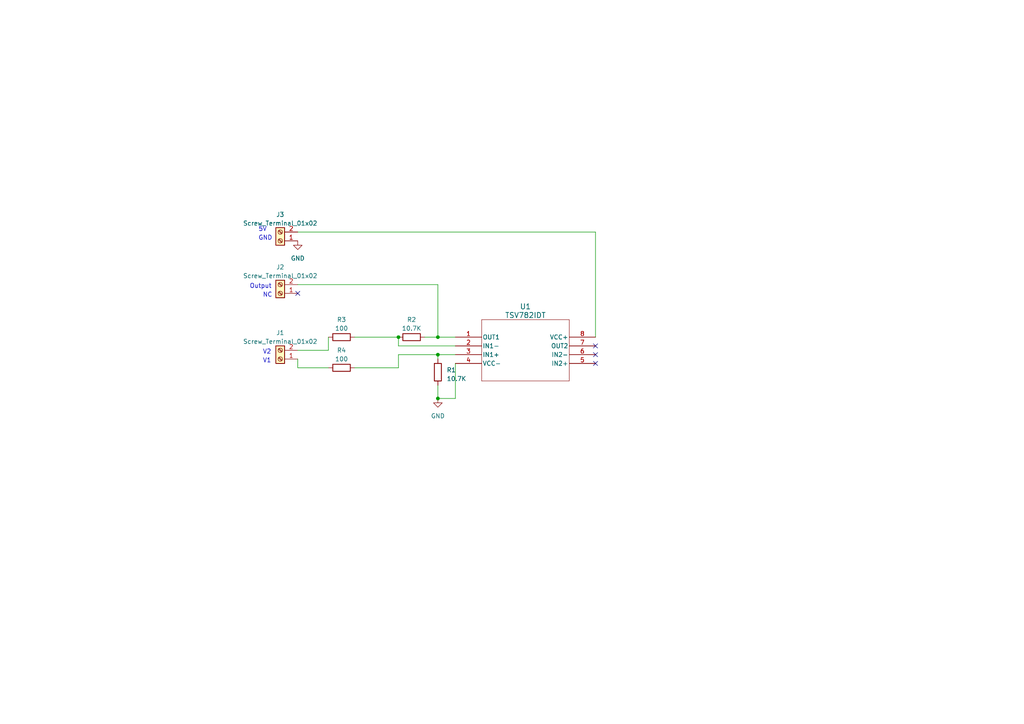
<source format=kicad_sch>
(kicad_sch (version 20230121) (generator eeschema)
  (paper "A4")
  (title_block (title "Current Reader") (date "2024-10-31") (rev "1.0"))
  (lib_symbols
    (symbol "Connector:Screw_Terminal_01x02" (pin_names (offset 1.016) hide)
      (property "Reference" "J" (at 0 2.54 0))
      (property "Value" "Screw_Terminal_01x02" (at 0 -5.08 0))
      (symbol "Screw_Terminal_01x02_1_1"
        (rectangle (start -1.27 1.27) (end 1.27 -3.81) (stroke (width 0.254)) (fill (type background)))
        (circle (center 0 -2.54) (radius 0.635) (stroke (width 0.1524)))
        (polyline (pts (xy -0.5334 -2.2098) (xy 0.3302 -3.048)) (stroke (width 0.1524)))
        (polyline (pts (xy -0.5334 0.3302) (xy 0.3302 -0.508)) (stroke (width 0.1524)))
        (polyline (pts (xy -0.3556 -2.032) (xy 0.508 -2.8702)) (stroke (width 0.1524)))
        (polyline (pts (xy -0.3556 0.508) (xy 0.508 -0.3302)) (stroke (width 0.1524)))
        (circle (center 0 0) (radius 0.635) (stroke (width 0.1524)))
        (pin passive line (at -5.08 0 0) (length 3.81) (name "Pin_1") (number "1"))
        (pin passive line (at -5.08 -2.54 0) (length 3.81) (name "Pin_2") (number "2"))
      )
    )
    (symbol "Device:R" (pin_numbers hide) (pin_names (offset 0))
      (property "Reference" "R" (at 2.032 0 90))
      (property "Value" "R" (at 0 0 90))
      (symbol "R_0_1"
        (rectangle (start -1.016 -2.54) (end 1.016 2.54) (stroke (width 0.254)))
      )
      (symbol "R_1_1"
        (pin passive line (at 0 3.81 270) (length 1.27) (name "~") (number "1"))
        (pin passive line (at 0 -3.81 90) (length 1.27) (name "~") (number "2"))
      )
    )
    (symbol "TSV782IDT:TSV782IDT" (pin_names (offset 0.254))
      (property "Reference" "U" (at 20.32 10.16 0))
      (property "Value" "TSV782IDT" (at 20.32 7.62 0))
      (symbol "TSV782IDT_0_1"
        (polyline (pts (xy 7.62 -12.7) (xy 33.02 -12.7)) (stroke (width 0.127)))
        (polyline (pts (xy 7.62 5.08) (xy 7.62 -12.7)) (stroke (width 0.127)))
        (polyline (pts (xy 33.02 -12.7) (xy 33.02 5.08)) (stroke (width 0.127)))
        (polyline (pts (xy 33.02 5.08) (xy 7.62 5.08)) (stroke (width 0.127)))
        (pin output line (at 0 0 0) (length 7.62) (name "OUT1") (number "1"))
        (pin input line (at 0 -2.54 0) (length 7.62) (name "IN1-") (number "2"))
        (pin input line (at 0 -5.08 0) (length 7.62) (name "IN1+") (number "3"))
        (pin power_in line (at 0 -7.62 0) (length 7.62) (name "VCC-") (number "4"))
        (pin input line (at 40.64 -7.62 180) (length 7.62) (name "IN2+") (number "5"))
        (pin input line (at 40.64 -5.08 180) (length 7.62) (name "IN2-") (number "6"))
        (pin output line (at 40.64 -2.54 180) (length 7.62) (name "OUT2") (number "7"))
        (pin power_in line (at 40.64 0 180) (length 7.62) (name "VCC+") (number "8"))
      )
    )
    (symbol "power:GND" (power) (pin_names (offset 0))
      (property "Value" "GND" (at 0 -3.81 0))
      (symbol "GND_0_1"
        (polyline (pts (xy 0 0) (xy 0 -1.27) (xy 1.27 -1.27) (xy 0 -2.54) (xy -1.27 -1.27) (xy 0 -1.27)))
      )
      (symbol "GND_1_1"
        (pin power_in line (at 0 0 270) (length 0) hide (name "GND") (number "1"))
      )
    )
  )
  (junction (at 127 102.87))
  (junction (at 127 115.57))
  (junction (at 115.57 97.79))
  (junction (at 127 97.79))
  (no_connect (at 86.36 85.09))
  (no_connect (at 172.72 102.87))
  (no_connect (at 172.72 105.41))
  (no_connect (at 172.72 100.33))
  (wire (pts (xy 102.87 106.68) (xy 115.57 106.68)))
  (wire (pts (xy 132.08 105.41) (xy 132.08 115.57)))
  (wire (pts (xy 115.57 106.68) (xy 115.57 102.87)))
  (wire (pts (xy 86.36 106.68) (xy 86.36 104.14)))
  (wire (pts (xy 127 97.79) (xy 132.08 97.79)))
  (wire (pts (xy 172.72 67.31) (xy 172.72 97.79)))
  (wire (pts (xy 127 82.55) (xy 127 97.79)))
  (wire (pts (xy 86.36 82.55) (xy 127 82.55)))
  (wire (pts (xy 123.19 97.79) (xy 127 97.79)))
  (wire (pts (xy 132.08 100.33) (xy 115.57 100.33)))
  (wire (pts (xy 102.87 97.79) (xy 115.57 97.79)))
  (wire (pts (xy 86.36 67.31) (xy 172.72 67.31)))
  (wire (pts (xy 115.57 102.87) (xy 127 102.87)))
  (wire (pts (xy 127 111.76) (xy 127 115.57)))
  (wire (pts (xy 95.25 97.79) (xy 95.25 101.6)))
  (wire (pts (xy 132.08 102.87) (xy 127 102.87)))
  (wire (pts (xy 132.08 115.57) (xy 127 115.57)))
  (wire (pts (xy 95.25 106.68) (xy 86.36 106.68)))
  (wire (pts (xy 127 102.87) (xy 127 104.14)))
  (wire (pts (xy 115.57 100.33) (xy 115.57 97.79)))
  (wire (pts (xy 95.25 101.6) (xy 86.36 101.6)))
  (text "GND" (at 74.93 69.85 0) (effects (font (size 1.27 1.27)) (justify left bottom)))
  (text "Output" (at 72.39 83.82 0) (effects (font (size 1.27 1.27)) (justify left bottom)))
  (text "V2" (at 76.2 102.87 0) (effects (font (size 1.27 1.27)) (justify left bottom)))
  (text "5V" (at 74.93 67.31 0) (effects (font (size 1.27 1.27)) (justify left bottom)))
  (text "NC" (at 76.2 86.36 0) (effects (font (size 1.27 1.27)) (justify left bottom)))
  (text "V1" (at 76.2 105.41 0) (effects (font (size 1.27 1.27)) (justify left bottom)))
  (symbol (lib_id "Connector:Screw_Terminal_01x02") (at 81.28 69.85 180) (unit 1)
    (property "Reference" "J3" (at 81.28 62.23 0))
    (property "Value" "Screw_Terminal_01x02" (at 81.28 64.77 0))
    (property "Footprint" "TerminalBlock_Phoenix:TerminalBlock_Phoenix_MKDS-3-2-5.08_1x02_P5.08mm_Horizontal" (effects hide))
  )
  (symbol (lib_id "Connector:Screw_Terminal_01x02") (at 81.28 85.09 180) (unit 1)
    (property "Reference" "J2" (at 81.28 77.47 0))
    (property "Value" "Screw_Terminal_01x02" (at 81.28 80.01 0))
    (property "Footprint" "TerminalBlock_Phoenix:TerminalBlock_Phoenix_MKDS-3-2-5.08_1x02_P5.08mm_Horizontal" (effects hide))
  )
  (symbol (lib_id "Device:R") (at 99.06 106.68 270) (unit 1)
    (property "Reference" "R4" (at 99.06 101.6 90))
    (property "Value" "100" (at 99.06 104.14 90))
    (property "Footprint" "Resistor_THT:R_Axial_DIN0207_L6.3mm_D2.5mm_P10.16mm_Horizontal" (effects hide))
  )
  (symbol (lib_id "Device:R") (at 127 107.95 0) (unit 1)
    (property "Reference" "R1" (at 129.54 107.315 0) (effects (justify left)))
    (property "Value" "10.7K" (at 129.54 109.855 0) (effects (justify left)))
    (property "Footprint" "Resistor_THT:R_Axial_DIN0207_L6.3mm_D2.5mm_P10.16mm_Horizontal" (effects hide))
  )
  (symbol (lib_id "power:GND") (at 127 115.57 0) (unit 1)
    (property "Reference" "#PWR01" (effects hide))
    (property "Value" "GND" (at 127 120.65 0))
  )
  (symbol (lib_id "Device:R") (at 99.06 97.79 90) (unit 1)
    (property "Reference" "R3" (at 99.06 92.71 90))
    (property "Value" "100" (at 99.06 95.25 90))
    (property "Footprint" "Resistor_THT:R_Axial_DIN0207_L6.3mm_D2.5mm_P10.16mm_Horizontal" (effects hide))
  )
  (symbol (lib_id "Connector:Screw_Terminal_01x02") (at 81.28 104.14 180) (unit 1)
    (property "Reference" "J1" (at 81.28 96.52 0))
    (property "Value" "Screw_Terminal_01x02" (at 81.28 99.06 0))
    (property "Footprint" "TerminalBlock_Phoenix:TerminalBlock_Phoenix_MKDS-3-2-5.08_1x02_P5.08mm_Horizontal" (effects hide))
  )
  (symbol (lib_id "power:GND") (at 86.36 69.85 0) (unit 1)
    (property "Reference" "#PWR02" (effects hide))
    (property "Value" "GND" (at 86.36 74.93 0))
  )
  (symbol (lib_id "Device:R") (at 119.38 97.79 90) (unit 1)
    (property "Reference" "R2" (at 119.38 92.71 90))
    (property "Value" "10.7K" (at 119.38 95.25 90))
    (property "Footprint" "Resistor_THT:R_Axial_DIN0207_L6.3mm_D2.5mm_P10.16mm_Horizontal" (effects hide))
  )
  (symbol (lib_id "TSV782IDT:TSV782IDT") (at 132.08 97.79 0) (unit 1)
    (property "Reference" "U1" (at 152.4 88.9 0) (effects (font (size 1.524 1.524))))
    (property "Value" "TSV782IDT" (at 152.4 91.44 0) (effects (font (size 1.524 1.524))))
    (property "Footprint" "TSV782IDT:SO8_4X5X1P27_STM" (effects hide))
    (property "Datasheet" "TSV782IDT" (effects hide))
  )
)
</source>
